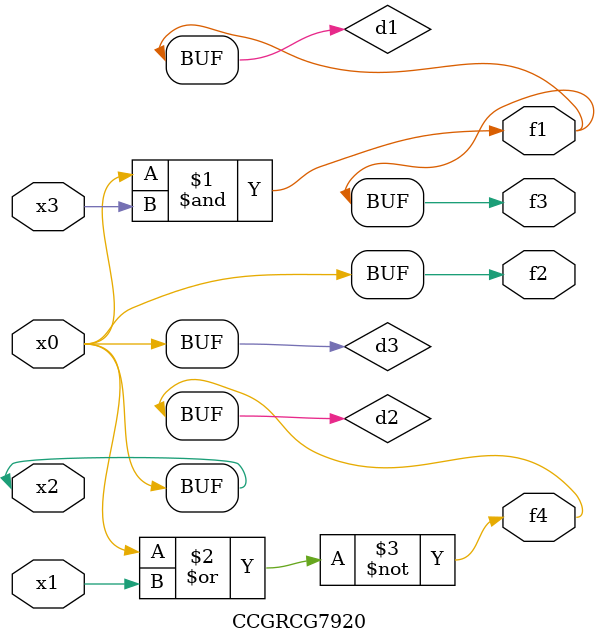
<source format=v>
module CCGRCG7920(
	input x0, x1, x2, x3,
	output f1, f2, f3, f4
);

	wire d1, d2, d3;

	and (d1, x2, x3);
	nor (d2, x0, x1);
	buf (d3, x0, x2);
	assign f1 = d1;
	assign f2 = d3;
	assign f3 = d1;
	assign f4 = d2;
endmodule

</source>
